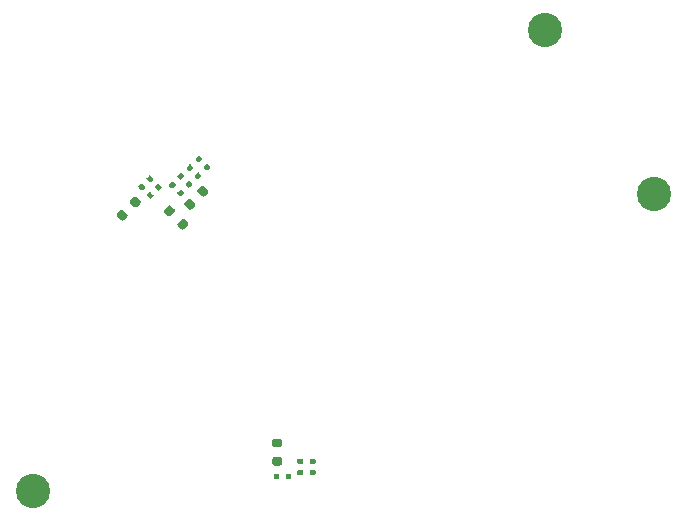
<source format=gbp>
G04 #@! TF.GenerationSoftware,KiCad,Pcbnew,5.1.5-52549c5~84~ubuntu19.10.1*
G04 #@! TF.CreationDate,2019-12-20T00:42:21-05:00*
G04 #@! TF.ProjectId,bldc-controller,626c6463-2d63-46f6-9e74-726f6c6c6572,rev?*
G04 #@! TF.SameCoordinates,Original*
G04 #@! TF.FileFunction,Paste,Bot*
G04 #@! TF.FilePolarity,Positive*
%FSLAX46Y46*%
G04 Gerber Fmt 4.6, Leading zero omitted, Abs format (unit mm)*
G04 Created by KiCad (PCBNEW 5.1.5-52549c5~84~ubuntu19.10.1) date 2019-12-20 00:42:21*
%MOMM*%
%LPD*%
G04 APERTURE LIST*
%ADD10C,2.897600*%
%ADD11C,0.100000*%
G04 APERTURE END LIST*
D10*
X69750000Y-107125000D03*
X78925000Y-121000000D03*
X26425000Y-146225000D03*
D11*
G36*
X40758037Y-120331379D02*
G01*
X40775573Y-120333980D01*
X40792770Y-120338288D01*
X40809462Y-120344260D01*
X40825488Y-120351840D01*
X40840694Y-120360954D01*
X40854933Y-120371515D01*
X40868069Y-120383420D01*
X41176580Y-120691931D01*
X41188485Y-120705067D01*
X41199046Y-120719306D01*
X41208160Y-120734512D01*
X41215740Y-120750538D01*
X41221712Y-120767230D01*
X41226020Y-120784427D01*
X41228621Y-120801963D01*
X41229491Y-120819670D01*
X41228621Y-120837377D01*
X41226020Y-120854913D01*
X41221712Y-120872110D01*
X41215740Y-120888802D01*
X41208160Y-120904828D01*
X41199046Y-120920034D01*
X41188485Y-120934273D01*
X41176580Y-120947409D01*
X40921103Y-121202886D01*
X40907967Y-121214791D01*
X40893728Y-121225352D01*
X40878522Y-121234466D01*
X40862496Y-121242046D01*
X40845804Y-121248018D01*
X40828607Y-121252326D01*
X40811071Y-121254927D01*
X40793364Y-121255797D01*
X40775657Y-121254927D01*
X40758121Y-121252326D01*
X40740924Y-121248018D01*
X40724232Y-121242046D01*
X40708206Y-121234466D01*
X40693000Y-121225352D01*
X40678761Y-121214791D01*
X40665625Y-121202886D01*
X40357114Y-120894375D01*
X40345209Y-120881239D01*
X40334648Y-120867000D01*
X40325534Y-120851794D01*
X40317954Y-120835768D01*
X40311982Y-120819076D01*
X40307674Y-120801879D01*
X40305073Y-120784343D01*
X40304203Y-120766636D01*
X40305073Y-120748929D01*
X40307674Y-120731393D01*
X40311982Y-120714196D01*
X40317954Y-120697504D01*
X40325534Y-120681478D01*
X40334648Y-120666272D01*
X40345209Y-120652033D01*
X40357114Y-120638897D01*
X40612591Y-120383420D01*
X40625727Y-120371515D01*
X40639966Y-120360954D01*
X40655172Y-120351840D01*
X40671198Y-120344260D01*
X40687890Y-120338288D01*
X40705087Y-120333980D01*
X40722623Y-120331379D01*
X40740330Y-120330509D01*
X40758037Y-120331379D01*
G37*
G36*
X39644343Y-121445073D02*
G01*
X39661879Y-121447674D01*
X39679076Y-121451982D01*
X39695768Y-121457954D01*
X39711794Y-121465534D01*
X39727000Y-121474648D01*
X39741239Y-121485209D01*
X39754375Y-121497114D01*
X40062886Y-121805625D01*
X40074791Y-121818761D01*
X40085352Y-121833000D01*
X40094466Y-121848206D01*
X40102046Y-121864232D01*
X40108018Y-121880924D01*
X40112326Y-121898121D01*
X40114927Y-121915657D01*
X40115797Y-121933364D01*
X40114927Y-121951071D01*
X40112326Y-121968607D01*
X40108018Y-121985804D01*
X40102046Y-122002496D01*
X40094466Y-122018522D01*
X40085352Y-122033728D01*
X40074791Y-122047967D01*
X40062886Y-122061103D01*
X39807409Y-122316580D01*
X39794273Y-122328485D01*
X39780034Y-122339046D01*
X39764828Y-122348160D01*
X39748802Y-122355740D01*
X39732110Y-122361712D01*
X39714913Y-122366020D01*
X39697377Y-122368621D01*
X39679670Y-122369491D01*
X39661963Y-122368621D01*
X39644427Y-122366020D01*
X39627230Y-122361712D01*
X39610538Y-122355740D01*
X39594512Y-122348160D01*
X39579306Y-122339046D01*
X39565067Y-122328485D01*
X39551931Y-122316580D01*
X39243420Y-122008069D01*
X39231515Y-121994933D01*
X39220954Y-121980694D01*
X39211840Y-121965488D01*
X39204260Y-121949462D01*
X39198288Y-121932770D01*
X39193980Y-121915573D01*
X39191379Y-121898037D01*
X39190509Y-121880330D01*
X39191379Y-121862623D01*
X39193980Y-121845087D01*
X39198288Y-121827890D01*
X39204260Y-121811198D01*
X39211840Y-121795172D01*
X39220954Y-121779966D01*
X39231515Y-121765727D01*
X39243420Y-121752591D01*
X39498897Y-121497114D01*
X39512033Y-121485209D01*
X39526272Y-121474648D01*
X39541478Y-121465534D01*
X39557504Y-121457954D01*
X39574196Y-121451982D01*
X39591393Y-121447674D01*
X39608929Y-121445073D01*
X39626636Y-121444203D01*
X39644343Y-121445073D01*
G37*
G36*
X50205123Y-143446727D02*
G01*
X50215743Y-143448302D01*
X50226157Y-143450911D01*
X50236266Y-143454528D01*
X50245971Y-143459118D01*
X50255179Y-143464637D01*
X50263803Y-143471033D01*
X50271757Y-143478243D01*
X50278967Y-143486197D01*
X50285363Y-143494821D01*
X50290882Y-143504029D01*
X50295472Y-143513734D01*
X50299089Y-143523843D01*
X50301698Y-143534257D01*
X50303273Y-143544877D01*
X50303800Y-143555600D01*
X50303800Y-143774400D01*
X50303273Y-143785123D01*
X50301698Y-143795743D01*
X50299089Y-143806157D01*
X50295472Y-143816266D01*
X50290882Y-143825971D01*
X50285363Y-143835179D01*
X50278967Y-143843803D01*
X50271757Y-143851757D01*
X50263803Y-143858967D01*
X50255179Y-143865363D01*
X50245971Y-143870882D01*
X50236266Y-143875472D01*
X50226157Y-143879089D01*
X50215743Y-143881698D01*
X50205123Y-143883273D01*
X50194400Y-143883800D01*
X49925600Y-143883800D01*
X49914877Y-143883273D01*
X49904257Y-143881698D01*
X49893843Y-143879089D01*
X49883734Y-143875472D01*
X49874029Y-143870882D01*
X49864821Y-143865363D01*
X49856197Y-143858967D01*
X49848243Y-143851757D01*
X49841033Y-143843803D01*
X49834637Y-143835179D01*
X49829118Y-143825971D01*
X49824528Y-143816266D01*
X49820911Y-143806157D01*
X49818302Y-143795743D01*
X49816727Y-143785123D01*
X49816200Y-143774400D01*
X49816200Y-143555600D01*
X49816727Y-143544877D01*
X49818302Y-143534257D01*
X49820911Y-143523843D01*
X49824528Y-143513734D01*
X49829118Y-143504029D01*
X49834637Y-143494821D01*
X49841033Y-143486197D01*
X49848243Y-143478243D01*
X49856197Y-143471033D01*
X49864821Y-143464637D01*
X49874029Y-143459118D01*
X49883734Y-143454528D01*
X49893843Y-143450911D01*
X49904257Y-143448302D01*
X49914877Y-143446727D01*
X49925600Y-143446200D01*
X50194400Y-143446200D01*
X50205123Y-143446727D01*
G37*
G36*
X50205123Y-144416727D02*
G01*
X50215743Y-144418302D01*
X50226157Y-144420911D01*
X50236266Y-144424528D01*
X50245971Y-144429118D01*
X50255179Y-144434637D01*
X50263803Y-144441033D01*
X50271757Y-144448243D01*
X50278967Y-144456197D01*
X50285363Y-144464821D01*
X50290882Y-144474029D01*
X50295472Y-144483734D01*
X50299089Y-144493843D01*
X50301698Y-144504257D01*
X50303273Y-144514877D01*
X50303800Y-144525600D01*
X50303800Y-144744400D01*
X50303273Y-144755123D01*
X50301698Y-144765743D01*
X50299089Y-144776157D01*
X50295472Y-144786266D01*
X50290882Y-144795971D01*
X50285363Y-144805179D01*
X50278967Y-144813803D01*
X50271757Y-144821757D01*
X50263803Y-144828967D01*
X50255179Y-144835363D01*
X50245971Y-144840882D01*
X50236266Y-144845472D01*
X50226157Y-144849089D01*
X50215743Y-144851698D01*
X50205123Y-144853273D01*
X50194400Y-144853800D01*
X49925600Y-144853800D01*
X49914877Y-144853273D01*
X49904257Y-144851698D01*
X49893843Y-144849089D01*
X49883734Y-144845472D01*
X49874029Y-144840882D01*
X49864821Y-144835363D01*
X49856197Y-144828967D01*
X49848243Y-144821757D01*
X49841033Y-144813803D01*
X49834637Y-144805179D01*
X49829118Y-144795971D01*
X49824528Y-144786266D01*
X49820911Y-144776157D01*
X49818302Y-144765743D01*
X49816727Y-144755123D01*
X49816200Y-144744400D01*
X49816200Y-144525600D01*
X49816727Y-144514877D01*
X49818302Y-144504257D01*
X49820911Y-144493843D01*
X49824528Y-144483734D01*
X49829118Y-144474029D01*
X49834637Y-144464821D01*
X49841033Y-144456197D01*
X49848243Y-144448243D01*
X49856197Y-144441033D01*
X49864821Y-144434637D01*
X49874029Y-144429118D01*
X49883734Y-144424528D01*
X49893843Y-144420911D01*
X49904257Y-144418302D01*
X49914877Y-144416727D01*
X49925600Y-144416200D01*
X50194400Y-144416200D01*
X50205123Y-144416727D01*
G37*
G36*
X49145123Y-143446727D02*
G01*
X49155743Y-143448302D01*
X49166157Y-143450911D01*
X49176266Y-143454528D01*
X49185971Y-143459118D01*
X49195179Y-143464637D01*
X49203803Y-143471033D01*
X49211757Y-143478243D01*
X49218967Y-143486197D01*
X49225363Y-143494821D01*
X49230882Y-143504029D01*
X49235472Y-143513734D01*
X49239089Y-143523843D01*
X49241698Y-143534257D01*
X49243273Y-143544877D01*
X49243800Y-143555600D01*
X49243800Y-143774400D01*
X49243273Y-143785123D01*
X49241698Y-143795743D01*
X49239089Y-143806157D01*
X49235472Y-143816266D01*
X49230882Y-143825971D01*
X49225363Y-143835179D01*
X49218967Y-143843803D01*
X49211757Y-143851757D01*
X49203803Y-143858967D01*
X49195179Y-143865363D01*
X49185971Y-143870882D01*
X49176266Y-143875472D01*
X49166157Y-143879089D01*
X49155743Y-143881698D01*
X49145123Y-143883273D01*
X49134400Y-143883800D01*
X48865600Y-143883800D01*
X48854877Y-143883273D01*
X48844257Y-143881698D01*
X48833843Y-143879089D01*
X48823734Y-143875472D01*
X48814029Y-143870882D01*
X48804821Y-143865363D01*
X48796197Y-143858967D01*
X48788243Y-143851757D01*
X48781033Y-143843803D01*
X48774637Y-143835179D01*
X48769118Y-143825971D01*
X48764528Y-143816266D01*
X48760911Y-143806157D01*
X48758302Y-143795743D01*
X48756727Y-143785123D01*
X48756200Y-143774400D01*
X48756200Y-143555600D01*
X48756727Y-143544877D01*
X48758302Y-143534257D01*
X48760911Y-143523843D01*
X48764528Y-143513734D01*
X48769118Y-143504029D01*
X48774637Y-143494821D01*
X48781033Y-143486197D01*
X48788243Y-143478243D01*
X48796197Y-143471033D01*
X48804821Y-143464637D01*
X48814029Y-143459118D01*
X48823734Y-143454528D01*
X48833843Y-143450911D01*
X48844257Y-143448302D01*
X48854877Y-143446727D01*
X48865600Y-143446200D01*
X49134400Y-143446200D01*
X49145123Y-143446727D01*
G37*
G36*
X49145123Y-144416727D02*
G01*
X49155743Y-144418302D01*
X49166157Y-144420911D01*
X49176266Y-144424528D01*
X49185971Y-144429118D01*
X49195179Y-144434637D01*
X49203803Y-144441033D01*
X49211757Y-144448243D01*
X49218967Y-144456197D01*
X49225363Y-144464821D01*
X49230882Y-144474029D01*
X49235472Y-144483734D01*
X49239089Y-144493843D01*
X49241698Y-144504257D01*
X49243273Y-144514877D01*
X49243800Y-144525600D01*
X49243800Y-144744400D01*
X49243273Y-144755123D01*
X49241698Y-144765743D01*
X49239089Y-144776157D01*
X49235472Y-144786266D01*
X49230882Y-144795971D01*
X49225363Y-144805179D01*
X49218967Y-144813803D01*
X49211757Y-144821757D01*
X49203803Y-144828967D01*
X49195179Y-144835363D01*
X49185971Y-144840882D01*
X49176266Y-144845472D01*
X49166157Y-144849089D01*
X49155743Y-144851698D01*
X49145123Y-144853273D01*
X49134400Y-144853800D01*
X48865600Y-144853800D01*
X48854877Y-144853273D01*
X48844257Y-144851698D01*
X48833843Y-144849089D01*
X48823734Y-144845472D01*
X48814029Y-144840882D01*
X48804821Y-144835363D01*
X48796197Y-144828967D01*
X48788243Y-144821757D01*
X48781033Y-144813803D01*
X48774637Y-144805179D01*
X48769118Y-144795971D01*
X48764528Y-144786266D01*
X48760911Y-144776157D01*
X48758302Y-144765743D01*
X48756727Y-144755123D01*
X48756200Y-144744400D01*
X48756200Y-144525600D01*
X48756727Y-144514877D01*
X48758302Y-144504257D01*
X48760911Y-144493843D01*
X48764528Y-144483734D01*
X48769118Y-144474029D01*
X48774637Y-144464821D01*
X48781033Y-144456197D01*
X48788243Y-144448243D01*
X48796197Y-144441033D01*
X48804821Y-144434637D01*
X48814029Y-144429118D01*
X48823734Y-144424528D01*
X48833843Y-144420911D01*
X48844257Y-144418302D01*
X48854877Y-144416727D01*
X48865600Y-144416200D01*
X49134400Y-144416200D01*
X49145123Y-144416727D01*
G37*
G36*
X47145123Y-144706727D02*
G01*
X47155743Y-144708302D01*
X47166157Y-144710911D01*
X47176266Y-144714528D01*
X47185971Y-144719118D01*
X47195179Y-144724637D01*
X47203803Y-144731033D01*
X47211757Y-144738243D01*
X47218967Y-144746197D01*
X47225363Y-144754821D01*
X47230882Y-144764029D01*
X47235472Y-144773734D01*
X47239089Y-144783843D01*
X47241698Y-144794257D01*
X47243273Y-144804877D01*
X47243800Y-144815600D01*
X47243800Y-145084400D01*
X47243273Y-145095123D01*
X47241698Y-145105743D01*
X47239089Y-145116157D01*
X47235472Y-145126266D01*
X47230882Y-145135971D01*
X47225363Y-145145179D01*
X47218967Y-145153803D01*
X47211757Y-145161757D01*
X47203803Y-145168967D01*
X47195179Y-145175363D01*
X47185971Y-145180882D01*
X47176266Y-145185472D01*
X47166157Y-145189089D01*
X47155743Y-145191698D01*
X47145123Y-145193273D01*
X47134400Y-145193800D01*
X46915600Y-145193800D01*
X46904877Y-145193273D01*
X46894257Y-145191698D01*
X46883843Y-145189089D01*
X46873734Y-145185472D01*
X46864029Y-145180882D01*
X46854821Y-145175363D01*
X46846197Y-145168967D01*
X46838243Y-145161757D01*
X46831033Y-145153803D01*
X46824637Y-145145179D01*
X46819118Y-145135971D01*
X46814528Y-145126266D01*
X46810911Y-145116157D01*
X46808302Y-145105743D01*
X46806727Y-145095123D01*
X46806200Y-145084400D01*
X46806200Y-144815600D01*
X46806727Y-144804877D01*
X46808302Y-144794257D01*
X46810911Y-144783843D01*
X46814528Y-144773734D01*
X46819118Y-144764029D01*
X46824637Y-144754821D01*
X46831033Y-144746197D01*
X46838243Y-144738243D01*
X46846197Y-144731033D01*
X46854821Y-144724637D01*
X46864029Y-144719118D01*
X46873734Y-144714528D01*
X46883843Y-144710911D01*
X46894257Y-144708302D01*
X46904877Y-144706727D01*
X46915600Y-144706200D01*
X47134400Y-144706200D01*
X47145123Y-144706727D01*
G37*
G36*
X48115123Y-144706727D02*
G01*
X48125743Y-144708302D01*
X48136157Y-144710911D01*
X48146266Y-144714528D01*
X48155971Y-144719118D01*
X48165179Y-144724637D01*
X48173803Y-144731033D01*
X48181757Y-144738243D01*
X48188967Y-144746197D01*
X48195363Y-144754821D01*
X48200882Y-144764029D01*
X48205472Y-144773734D01*
X48209089Y-144783843D01*
X48211698Y-144794257D01*
X48213273Y-144804877D01*
X48213800Y-144815600D01*
X48213800Y-145084400D01*
X48213273Y-145095123D01*
X48211698Y-145105743D01*
X48209089Y-145116157D01*
X48205472Y-145126266D01*
X48200882Y-145135971D01*
X48195363Y-145145179D01*
X48188967Y-145153803D01*
X48181757Y-145161757D01*
X48173803Y-145168967D01*
X48165179Y-145175363D01*
X48155971Y-145180882D01*
X48146266Y-145185472D01*
X48136157Y-145189089D01*
X48125743Y-145191698D01*
X48115123Y-145193273D01*
X48104400Y-145193800D01*
X47885600Y-145193800D01*
X47874877Y-145193273D01*
X47864257Y-145191698D01*
X47853843Y-145189089D01*
X47843734Y-145185472D01*
X47834029Y-145180882D01*
X47824821Y-145175363D01*
X47816197Y-145168967D01*
X47808243Y-145161757D01*
X47801033Y-145153803D01*
X47794637Y-145145179D01*
X47789118Y-145135971D01*
X47784528Y-145126266D01*
X47780911Y-145116157D01*
X47778302Y-145105743D01*
X47776727Y-145095123D01*
X47776200Y-145084400D01*
X47776200Y-144815600D01*
X47776727Y-144804877D01*
X47778302Y-144794257D01*
X47780911Y-144783843D01*
X47784528Y-144773734D01*
X47789118Y-144764029D01*
X47794637Y-144754821D01*
X47801033Y-144746197D01*
X47808243Y-144738243D01*
X47816197Y-144731033D01*
X47824821Y-144724637D01*
X47834029Y-144719118D01*
X47843734Y-144714528D01*
X47853843Y-144710911D01*
X47864257Y-144708302D01*
X47874877Y-144706727D01*
X47885600Y-144706200D01*
X48104400Y-144706200D01*
X48115123Y-144706727D01*
G37*
G36*
X39695454Y-118525787D02*
G01*
X39706074Y-118527362D01*
X39716488Y-118529971D01*
X39726597Y-118533588D01*
X39736302Y-118538178D01*
X39745510Y-118543697D01*
X39754134Y-118550093D01*
X39762088Y-118557303D01*
X39916803Y-118712018D01*
X39924013Y-118719972D01*
X39930409Y-118728596D01*
X39935928Y-118737804D01*
X39940518Y-118747509D01*
X39944135Y-118757618D01*
X39946744Y-118768032D01*
X39948319Y-118778652D01*
X39948846Y-118789375D01*
X39948319Y-118800098D01*
X39946744Y-118810718D01*
X39944135Y-118821132D01*
X39940518Y-118831241D01*
X39935928Y-118840946D01*
X39930409Y-118850154D01*
X39924013Y-118858778D01*
X39916803Y-118866732D01*
X39726732Y-119056803D01*
X39718778Y-119064013D01*
X39710154Y-119070409D01*
X39700946Y-119075928D01*
X39691241Y-119080518D01*
X39681132Y-119084135D01*
X39670718Y-119086744D01*
X39660098Y-119088319D01*
X39649375Y-119088846D01*
X39638652Y-119088319D01*
X39628032Y-119086744D01*
X39617618Y-119084135D01*
X39607509Y-119080518D01*
X39597804Y-119075928D01*
X39588596Y-119070409D01*
X39579972Y-119064013D01*
X39572018Y-119056803D01*
X39417303Y-118902088D01*
X39410093Y-118894134D01*
X39403697Y-118885510D01*
X39398178Y-118876302D01*
X39393588Y-118866597D01*
X39389971Y-118856488D01*
X39387362Y-118846074D01*
X39385787Y-118835454D01*
X39385260Y-118824731D01*
X39385787Y-118814008D01*
X39387362Y-118803388D01*
X39389971Y-118792974D01*
X39393588Y-118782865D01*
X39398178Y-118773160D01*
X39403697Y-118763952D01*
X39410093Y-118755328D01*
X39417303Y-118747374D01*
X39607374Y-118557303D01*
X39615328Y-118550093D01*
X39623952Y-118543697D01*
X39633160Y-118538178D01*
X39642865Y-118533588D01*
X39652974Y-118529971D01*
X39663388Y-118527362D01*
X39674008Y-118525787D01*
X39684731Y-118525260D01*
X39695454Y-118525787D01*
G37*
G36*
X40381348Y-119211681D02*
G01*
X40391968Y-119213256D01*
X40402382Y-119215865D01*
X40412491Y-119219482D01*
X40422196Y-119224072D01*
X40431404Y-119229591D01*
X40440028Y-119235987D01*
X40447982Y-119243197D01*
X40602697Y-119397912D01*
X40609907Y-119405866D01*
X40616303Y-119414490D01*
X40621822Y-119423698D01*
X40626412Y-119433403D01*
X40630029Y-119443512D01*
X40632638Y-119453926D01*
X40634213Y-119464546D01*
X40634740Y-119475269D01*
X40634213Y-119485992D01*
X40632638Y-119496612D01*
X40630029Y-119507026D01*
X40626412Y-119517135D01*
X40621822Y-119526840D01*
X40616303Y-119536048D01*
X40609907Y-119544672D01*
X40602697Y-119552626D01*
X40412626Y-119742697D01*
X40404672Y-119749907D01*
X40396048Y-119756303D01*
X40386840Y-119761822D01*
X40377135Y-119766412D01*
X40367026Y-119770029D01*
X40356612Y-119772638D01*
X40345992Y-119774213D01*
X40335269Y-119774740D01*
X40324546Y-119774213D01*
X40313926Y-119772638D01*
X40303512Y-119770029D01*
X40293403Y-119766412D01*
X40283698Y-119761822D01*
X40274490Y-119756303D01*
X40265866Y-119749907D01*
X40257912Y-119742697D01*
X40103197Y-119587982D01*
X40095987Y-119580028D01*
X40089591Y-119571404D01*
X40084072Y-119562196D01*
X40079482Y-119552491D01*
X40075865Y-119542382D01*
X40073256Y-119531968D01*
X40071681Y-119521348D01*
X40071154Y-119510625D01*
X40071681Y-119499902D01*
X40073256Y-119489282D01*
X40075865Y-119478868D01*
X40079482Y-119468759D01*
X40084072Y-119459054D01*
X40089591Y-119449846D01*
X40095987Y-119441222D01*
X40103197Y-119433268D01*
X40293268Y-119243197D01*
X40301222Y-119235987D01*
X40309846Y-119229591D01*
X40319054Y-119224072D01*
X40328759Y-119219482D01*
X40338868Y-119215865D01*
X40349282Y-119213256D01*
X40359902Y-119211681D01*
X40370625Y-119211154D01*
X40381348Y-119211681D01*
G37*
G36*
X40452507Y-117772840D02*
G01*
X40463127Y-117774415D01*
X40473541Y-117777024D01*
X40483650Y-117780641D01*
X40493355Y-117785231D01*
X40502563Y-117790750D01*
X40511187Y-117797146D01*
X40519141Y-117804356D01*
X40673856Y-117959071D01*
X40681066Y-117967025D01*
X40687462Y-117975649D01*
X40692981Y-117984857D01*
X40697571Y-117994562D01*
X40701188Y-118004671D01*
X40703797Y-118015085D01*
X40705372Y-118025705D01*
X40705899Y-118036428D01*
X40705372Y-118047151D01*
X40703797Y-118057771D01*
X40701188Y-118068185D01*
X40697571Y-118078294D01*
X40692981Y-118087999D01*
X40687462Y-118097207D01*
X40681066Y-118105831D01*
X40673856Y-118113785D01*
X40483785Y-118303856D01*
X40475831Y-118311066D01*
X40467207Y-118317462D01*
X40457999Y-118322981D01*
X40448294Y-118327571D01*
X40438185Y-118331188D01*
X40427771Y-118333797D01*
X40417151Y-118335372D01*
X40406428Y-118335899D01*
X40395705Y-118335372D01*
X40385085Y-118333797D01*
X40374671Y-118331188D01*
X40364562Y-118327571D01*
X40354857Y-118322981D01*
X40345649Y-118317462D01*
X40337025Y-118311066D01*
X40329071Y-118303856D01*
X40174356Y-118149141D01*
X40167146Y-118141187D01*
X40160750Y-118132563D01*
X40155231Y-118123355D01*
X40150641Y-118113650D01*
X40147024Y-118103541D01*
X40144415Y-118093127D01*
X40142840Y-118082507D01*
X40142313Y-118071784D01*
X40142840Y-118061061D01*
X40144415Y-118050441D01*
X40147024Y-118040027D01*
X40150641Y-118029918D01*
X40155231Y-118020213D01*
X40160750Y-118011005D01*
X40167146Y-118002381D01*
X40174356Y-117994427D01*
X40364427Y-117804356D01*
X40372381Y-117797146D01*
X40381005Y-117790750D01*
X40390213Y-117785231D01*
X40399918Y-117780641D01*
X40410027Y-117777024D01*
X40420441Y-117774415D01*
X40431061Y-117772840D01*
X40441784Y-117772313D01*
X40452507Y-117772840D01*
G37*
G36*
X41138401Y-118458734D02*
G01*
X41149021Y-118460309D01*
X41159435Y-118462918D01*
X41169544Y-118466535D01*
X41179249Y-118471125D01*
X41188457Y-118476644D01*
X41197081Y-118483040D01*
X41205035Y-118490250D01*
X41359750Y-118644965D01*
X41366960Y-118652919D01*
X41373356Y-118661543D01*
X41378875Y-118670751D01*
X41383465Y-118680456D01*
X41387082Y-118690565D01*
X41389691Y-118700979D01*
X41391266Y-118711599D01*
X41391793Y-118722322D01*
X41391266Y-118733045D01*
X41389691Y-118743665D01*
X41387082Y-118754079D01*
X41383465Y-118764188D01*
X41378875Y-118773893D01*
X41373356Y-118783101D01*
X41366960Y-118791725D01*
X41359750Y-118799679D01*
X41169679Y-118989750D01*
X41161725Y-118996960D01*
X41153101Y-119003356D01*
X41143893Y-119008875D01*
X41134188Y-119013465D01*
X41124079Y-119017082D01*
X41113665Y-119019691D01*
X41103045Y-119021266D01*
X41092322Y-119021793D01*
X41081599Y-119021266D01*
X41070979Y-119019691D01*
X41060565Y-119017082D01*
X41050456Y-119013465D01*
X41040751Y-119008875D01*
X41031543Y-119003356D01*
X41022919Y-118996960D01*
X41014965Y-118989750D01*
X40860250Y-118835035D01*
X40853040Y-118827081D01*
X40846644Y-118818457D01*
X40841125Y-118809249D01*
X40836535Y-118799544D01*
X40832918Y-118789435D01*
X40830309Y-118779021D01*
X40828734Y-118768401D01*
X40828207Y-118757678D01*
X40828734Y-118746955D01*
X40830309Y-118736335D01*
X40832918Y-118725921D01*
X40836535Y-118715812D01*
X40841125Y-118706107D01*
X40846644Y-118696899D01*
X40853040Y-118688275D01*
X40860250Y-118680321D01*
X41050321Y-118490250D01*
X41058275Y-118483040D01*
X41066899Y-118476644D01*
X41076107Y-118471125D01*
X41085812Y-118466535D01*
X41095921Y-118462918D01*
X41106335Y-118460309D01*
X41116955Y-118458734D01*
X41127678Y-118458207D01*
X41138401Y-118458734D01*
G37*
G36*
X38215454Y-119995787D02*
G01*
X38226074Y-119997362D01*
X38236488Y-119999971D01*
X38246597Y-120003588D01*
X38256302Y-120008178D01*
X38265510Y-120013697D01*
X38274134Y-120020093D01*
X38282088Y-120027303D01*
X38436803Y-120182018D01*
X38444013Y-120189972D01*
X38450409Y-120198596D01*
X38455928Y-120207804D01*
X38460518Y-120217509D01*
X38464135Y-120227618D01*
X38466744Y-120238032D01*
X38468319Y-120248652D01*
X38468846Y-120259375D01*
X38468319Y-120270098D01*
X38466744Y-120280718D01*
X38464135Y-120291132D01*
X38460518Y-120301241D01*
X38455928Y-120310946D01*
X38450409Y-120320154D01*
X38444013Y-120328778D01*
X38436803Y-120336732D01*
X38246732Y-120526803D01*
X38238778Y-120534013D01*
X38230154Y-120540409D01*
X38220946Y-120545928D01*
X38211241Y-120550518D01*
X38201132Y-120554135D01*
X38190718Y-120556744D01*
X38180098Y-120558319D01*
X38169375Y-120558846D01*
X38158652Y-120558319D01*
X38148032Y-120556744D01*
X38137618Y-120554135D01*
X38127509Y-120550518D01*
X38117804Y-120545928D01*
X38108596Y-120540409D01*
X38099972Y-120534013D01*
X38092018Y-120526803D01*
X37937303Y-120372088D01*
X37930093Y-120364134D01*
X37923697Y-120355510D01*
X37918178Y-120346302D01*
X37913588Y-120336597D01*
X37909971Y-120326488D01*
X37907362Y-120316074D01*
X37905787Y-120305454D01*
X37905260Y-120294731D01*
X37905787Y-120284008D01*
X37907362Y-120273388D01*
X37909971Y-120262974D01*
X37913588Y-120252865D01*
X37918178Y-120243160D01*
X37923697Y-120233952D01*
X37930093Y-120225328D01*
X37937303Y-120217374D01*
X38127374Y-120027303D01*
X38135328Y-120020093D01*
X38143952Y-120013697D01*
X38153160Y-120008178D01*
X38162865Y-120003588D01*
X38172974Y-119999971D01*
X38183388Y-119997362D01*
X38194008Y-119995787D01*
X38204731Y-119995260D01*
X38215454Y-119995787D01*
G37*
G36*
X38901348Y-120681681D02*
G01*
X38911968Y-120683256D01*
X38922382Y-120685865D01*
X38932491Y-120689482D01*
X38942196Y-120694072D01*
X38951404Y-120699591D01*
X38960028Y-120705987D01*
X38967982Y-120713197D01*
X39122697Y-120867912D01*
X39129907Y-120875866D01*
X39136303Y-120884490D01*
X39141822Y-120893698D01*
X39146412Y-120903403D01*
X39150029Y-120913512D01*
X39152638Y-120923926D01*
X39154213Y-120934546D01*
X39154740Y-120945269D01*
X39154213Y-120955992D01*
X39152638Y-120966612D01*
X39150029Y-120977026D01*
X39146412Y-120987135D01*
X39141822Y-120996840D01*
X39136303Y-121006048D01*
X39129907Y-121014672D01*
X39122697Y-121022626D01*
X38932626Y-121212697D01*
X38924672Y-121219907D01*
X38916048Y-121226303D01*
X38906840Y-121231822D01*
X38897135Y-121236412D01*
X38887026Y-121240029D01*
X38876612Y-121242638D01*
X38865992Y-121244213D01*
X38855269Y-121244740D01*
X38844546Y-121244213D01*
X38833926Y-121242638D01*
X38823512Y-121240029D01*
X38813403Y-121236412D01*
X38803698Y-121231822D01*
X38794490Y-121226303D01*
X38785866Y-121219907D01*
X38777912Y-121212697D01*
X38623197Y-121057982D01*
X38615987Y-121050028D01*
X38609591Y-121041404D01*
X38604072Y-121032196D01*
X38599482Y-121022491D01*
X38595865Y-121012382D01*
X38593256Y-121001968D01*
X38591681Y-120991348D01*
X38591154Y-120980625D01*
X38591681Y-120969902D01*
X38593256Y-120959282D01*
X38595865Y-120948868D01*
X38599482Y-120938759D01*
X38604072Y-120929054D01*
X38609591Y-120919846D01*
X38615987Y-120911222D01*
X38623197Y-120903268D01*
X38813268Y-120713197D01*
X38821222Y-120705987D01*
X38829846Y-120699591D01*
X38839054Y-120694072D01*
X38848759Y-120689482D01*
X38858868Y-120685865D01*
X38869282Y-120683256D01*
X38879902Y-120681681D01*
X38890625Y-120681154D01*
X38901348Y-120681681D01*
G37*
G36*
X38925454Y-119255787D02*
G01*
X38936074Y-119257362D01*
X38946488Y-119259971D01*
X38956597Y-119263588D01*
X38966302Y-119268178D01*
X38975510Y-119273697D01*
X38984134Y-119280093D01*
X38992088Y-119287303D01*
X39146803Y-119442018D01*
X39154013Y-119449972D01*
X39160409Y-119458596D01*
X39165928Y-119467804D01*
X39170518Y-119477509D01*
X39174135Y-119487618D01*
X39176744Y-119498032D01*
X39178319Y-119508652D01*
X39178846Y-119519375D01*
X39178319Y-119530098D01*
X39176744Y-119540718D01*
X39174135Y-119551132D01*
X39170518Y-119561241D01*
X39165928Y-119570946D01*
X39160409Y-119580154D01*
X39154013Y-119588778D01*
X39146803Y-119596732D01*
X38956732Y-119786803D01*
X38948778Y-119794013D01*
X38940154Y-119800409D01*
X38930946Y-119805928D01*
X38921241Y-119810518D01*
X38911132Y-119814135D01*
X38900718Y-119816744D01*
X38890098Y-119818319D01*
X38879375Y-119818846D01*
X38868652Y-119818319D01*
X38858032Y-119816744D01*
X38847618Y-119814135D01*
X38837509Y-119810518D01*
X38827804Y-119805928D01*
X38818596Y-119800409D01*
X38809972Y-119794013D01*
X38802018Y-119786803D01*
X38647303Y-119632088D01*
X38640093Y-119624134D01*
X38633697Y-119615510D01*
X38628178Y-119606302D01*
X38623588Y-119596597D01*
X38619971Y-119586488D01*
X38617362Y-119576074D01*
X38615787Y-119565454D01*
X38615260Y-119554731D01*
X38615787Y-119544008D01*
X38617362Y-119533388D01*
X38619971Y-119522974D01*
X38623588Y-119512865D01*
X38628178Y-119503160D01*
X38633697Y-119493952D01*
X38640093Y-119485328D01*
X38647303Y-119477374D01*
X38837374Y-119287303D01*
X38845328Y-119280093D01*
X38853952Y-119273697D01*
X38863160Y-119268178D01*
X38872865Y-119263588D01*
X38882974Y-119259971D01*
X38893388Y-119257362D01*
X38904008Y-119255787D01*
X38914731Y-119255260D01*
X38925454Y-119255787D01*
G37*
G36*
X39611348Y-119941681D02*
G01*
X39621968Y-119943256D01*
X39632382Y-119945865D01*
X39642491Y-119949482D01*
X39652196Y-119954072D01*
X39661404Y-119959591D01*
X39670028Y-119965987D01*
X39677982Y-119973197D01*
X39832697Y-120127912D01*
X39839907Y-120135866D01*
X39846303Y-120144490D01*
X39851822Y-120153698D01*
X39856412Y-120163403D01*
X39860029Y-120173512D01*
X39862638Y-120183926D01*
X39864213Y-120194546D01*
X39864740Y-120205269D01*
X39864213Y-120215992D01*
X39862638Y-120226612D01*
X39860029Y-120237026D01*
X39856412Y-120247135D01*
X39851822Y-120256840D01*
X39846303Y-120266048D01*
X39839907Y-120274672D01*
X39832697Y-120282626D01*
X39642626Y-120472697D01*
X39634672Y-120479907D01*
X39626048Y-120486303D01*
X39616840Y-120491822D01*
X39607135Y-120496412D01*
X39597026Y-120500029D01*
X39586612Y-120502638D01*
X39575992Y-120504213D01*
X39565269Y-120504740D01*
X39554546Y-120504213D01*
X39543926Y-120502638D01*
X39533512Y-120500029D01*
X39523403Y-120496412D01*
X39513698Y-120491822D01*
X39504490Y-120486303D01*
X39495866Y-120479907D01*
X39487912Y-120472697D01*
X39333197Y-120317982D01*
X39325987Y-120310028D01*
X39319591Y-120301404D01*
X39314072Y-120292196D01*
X39309482Y-120282491D01*
X39305865Y-120272382D01*
X39303256Y-120261968D01*
X39301681Y-120251348D01*
X39301154Y-120240625D01*
X39301681Y-120229902D01*
X39303256Y-120219282D01*
X39305865Y-120208868D01*
X39309482Y-120198759D01*
X39314072Y-120189054D01*
X39319591Y-120179846D01*
X39325987Y-120171222D01*
X39333197Y-120163268D01*
X39523268Y-119973197D01*
X39531222Y-119965987D01*
X39539846Y-119959591D01*
X39549054Y-119954072D01*
X39558759Y-119949482D01*
X39568868Y-119945865D01*
X39579282Y-119943256D01*
X39589902Y-119941681D01*
X39600625Y-119941154D01*
X39611348Y-119941681D01*
G37*
G36*
X39107918Y-123121920D02*
G01*
X39125454Y-123124521D01*
X39142651Y-123128829D01*
X39159343Y-123134801D01*
X39175369Y-123142381D01*
X39190575Y-123151495D01*
X39204814Y-123162056D01*
X39217950Y-123173961D01*
X39473427Y-123429438D01*
X39485332Y-123442574D01*
X39495893Y-123456813D01*
X39505007Y-123472019D01*
X39512587Y-123488045D01*
X39518559Y-123504737D01*
X39522867Y-123521934D01*
X39525468Y-123539470D01*
X39526338Y-123557177D01*
X39525468Y-123574884D01*
X39522867Y-123592420D01*
X39518559Y-123609617D01*
X39512587Y-123626309D01*
X39505007Y-123642335D01*
X39495893Y-123657541D01*
X39485332Y-123671780D01*
X39473427Y-123684916D01*
X39164916Y-123993427D01*
X39151780Y-124005332D01*
X39137541Y-124015893D01*
X39122335Y-124025007D01*
X39106309Y-124032587D01*
X39089617Y-124038559D01*
X39072420Y-124042867D01*
X39054884Y-124045468D01*
X39037177Y-124046338D01*
X39019470Y-124045468D01*
X39001934Y-124042867D01*
X38984737Y-124038559D01*
X38968045Y-124032587D01*
X38952019Y-124025007D01*
X38936813Y-124015893D01*
X38922574Y-124005332D01*
X38909438Y-123993427D01*
X38653961Y-123737950D01*
X38642056Y-123724814D01*
X38631495Y-123710575D01*
X38622381Y-123695369D01*
X38614801Y-123679343D01*
X38608829Y-123662651D01*
X38604521Y-123645454D01*
X38601920Y-123627918D01*
X38601050Y-123610211D01*
X38601920Y-123592504D01*
X38604521Y-123574968D01*
X38608829Y-123557771D01*
X38614801Y-123541079D01*
X38622381Y-123525053D01*
X38631495Y-123509847D01*
X38642056Y-123495608D01*
X38653961Y-123482472D01*
X38962472Y-123173961D01*
X38975608Y-123162056D01*
X38989847Y-123151495D01*
X39005053Y-123142381D01*
X39021079Y-123134801D01*
X39037771Y-123128829D01*
X39054968Y-123124521D01*
X39072504Y-123121920D01*
X39090211Y-123121050D01*
X39107918Y-123121920D01*
G37*
G36*
X37994224Y-122008226D02*
G01*
X38011760Y-122010827D01*
X38028957Y-122015135D01*
X38045649Y-122021107D01*
X38061675Y-122028687D01*
X38076881Y-122037801D01*
X38091120Y-122048362D01*
X38104256Y-122060267D01*
X38359733Y-122315744D01*
X38371638Y-122328880D01*
X38382199Y-122343119D01*
X38391313Y-122358325D01*
X38398893Y-122374351D01*
X38404865Y-122391043D01*
X38409173Y-122408240D01*
X38411774Y-122425776D01*
X38412644Y-122443483D01*
X38411774Y-122461190D01*
X38409173Y-122478726D01*
X38404865Y-122495923D01*
X38398893Y-122512615D01*
X38391313Y-122528641D01*
X38382199Y-122543847D01*
X38371638Y-122558086D01*
X38359733Y-122571222D01*
X38051222Y-122879733D01*
X38038086Y-122891638D01*
X38023847Y-122902199D01*
X38008641Y-122911313D01*
X37992615Y-122918893D01*
X37975923Y-122924865D01*
X37958726Y-122929173D01*
X37941190Y-122931774D01*
X37923483Y-122932644D01*
X37905776Y-122931774D01*
X37888240Y-122929173D01*
X37871043Y-122924865D01*
X37854351Y-122918893D01*
X37838325Y-122911313D01*
X37823119Y-122902199D01*
X37808880Y-122891638D01*
X37795744Y-122879733D01*
X37540267Y-122624256D01*
X37528362Y-122611120D01*
X37517801Y-122596881D01*
X37508687Y-122581675D01*
X37501107Y-122565649D01*
X37495135Y-122548957D01*
X37490827Y-122531760D01*
X37488226Y-122514224D01*
X37487356Y-122496517D01*
X37488226Y-122478810D01*
X37490827Y-122461274D01*
X37495135Y-122444077D01*
X37501107Y-122427385D01*
X37508687Y-122411359D01*
X37517801Y-122396153D01*
X37528362Y-122381914D01*
X37540267Y-122368778D01*
X37848778Y-122060267D01*
X37861914Y-122048362D01*
X37876153Y-122037801D01*
X37891359Y-122028687D01*
X37907385Y-122021107D01*
X37924077Y-122015135D01*
X37941274Y-122010827D01*
X37958810Y-122008226D01*
X37976517Y-122007356D01*
X37994224Y-122008226D01*
G37*
G36*
X33924343Y-122365073D02*
G01*
X33941879Y-122367674D01*
X33959076Y-122371982D01*
X33975768Y-122377954D01*
X33991794Y-122385534D01*
X34007000Y-122394648D01*
X34021239Y-122405209D01*
X34034375Y-122417114D01*
X34342886Y-122725625D01*
X34354791Y-122738761D01*
X34365352Y-122753000D01*
X34374466Y-122768206D01*
X34382046Y-122784232D01*
X34388018Y-122800924D01*
X34392326Y-122818121D01*
X34394927Y-122835657D01*
X34395797Y-122853364D01*
X34394927Y-122871071D01*
X34392326Y-122888607D01*
X34388018Y-122905804D01*
X34382046Y-122922496D01*
X34374466Y-122938522D01*
X34365352Y-122953728D01*
X34354791Y-122967967D01*
X34342886Y-122981103D01*
X34087409Y-123236580D01*
X34074273Y-123248485D01*
X34060034Y-123259046D01*
X34044828Y-123268160D01*
X34028802Y-123275740D01*
X34012110Y-123281712D01*
X33994913Y-123286020D01*
X33977377Y-123288621D01*
X33959670Y-123289491D01*
X33941963Y-123288621D01*
X33924427Y-123286020D01*
X33907230Y-123281712D01*
X33890538Y-123275740D01*
X33874512Y-123268160D01*
X33859306Y-123259046D01*
X33845067Y-123248485D01*
X33831931Y-123236580D01*
X33523420Y-122928069D01*
X33511515Y-122914933D01*
X33500954Y-122900694D01*
X33491840Y-122885488D01*
X33484260Y-122869462D01*
X33478288Y-122852770D01*
X33473980Y-122835573D01*
X33471379Y-122818037D01*
X33470509Y-122800330D01*
X33471379Y-122782623D01*
X33473980Y-122765087D01*
X33478288Y-122747890D01*
X33484260Y-122731198D01*
X33491840Y-122715172D01*
X33500954Y-122699966D01*
X33511515Y-122685727D01*
X33523420Y-122672591D01*
X33778897Y-122417114D01*
X33792033Y-122405209D01*
X33806272Y-122394648D01*
X33821478Y-122385534D01*
X33837504Y-122377954D01*
X33854196Y-122371982D01*
X33871393Y-122367674D01*
X33888929Y-122365073D01*
X33906636Y-122364203D01*
X33924343Y-122365073D01*
G37*
G36*
X35038037Y-121251379D02*
G01*
X35055573Y-121253980D01*
X35072770Y-121258288D01*
X35089462Y-121264260D01*
X35105488Y-121271840D01*
X35120694Y-121280954D01*
X35134933Y-121291515D01*
X35148069Y-121303420D01*
X35456580Y-121611931D01*
X35468485Y-121625067D01*
X35479046Y-121639306D01*
X35488160Y-121654512D01*
X35495740Y-121670538D01*
X35501712Y-121687230D01*
X35506020Y-121704427D01*
X35508621Y-121721963D01*
X35509491Y-121739670D01*
X35508621Y-121757377D01*
X35506020Y-121774913D01*
X35501712Y-121792110D01*
X35495740Y-121808802D01*
X35488160Y-121824828D01*
X35479046Y-121840034D01*
X35468485Y-121854273D01*
X35456580Y-121867409D01*
X35201103Y-122122886D01*
X35187967Y-122134791D01*
X35173728Y-122145352D01*
X35158522Y-122154466D01*
X35142496Y-122162046D01*
X35125804Y-122168018D01*
X35108607Y-122172326D01*
X35091071Y-122174927D01*
X35073364Y-122175797D01*
X35055657Y-122174927D01*
X35038121Y-122172326D01*
X35020924Y-122168018D01*
X35004232Y-122162046D01*
X34988206Y-122154466D01*
X34973000Y-122145352D01*
X34958761Y-122134791D01*
X34945625Y-122122886D01*
X34637114Y-121814375D01*
X34625209Y-121801239D01*
X34614648Y-121787000D01*
X34605534Y-121771794D01*
X34597954Y-121755768D01*
X34591982Y-121739076D01*
X34587674Y-121721879D01*
X34585073Y-121704343D01*
X34584203Y-121686636D01*
X34585073Y-121668929D01*
X34587674Y-121651393D01*
X34591982Y-121634196D01*
X34597954Y-121617504D01*
X34605534Y-121601478D01*
X34614648Y-121586272D01*
X34625209Y-121572033D01*
X34637114Y-121558897D01*
X34892591Y-121303420D01*
X34905727Y-121291515D01*
X34919966Y-121280954D01*
X34935172Y-121271840D01*
X34951198Y-121264260D01*
X34967890Y-121258288D01*
X34985087Y-121253980D01*
X35002623Y-121251379D01*
X35020330Y-121250509D01*
X35038037Y-121251379D01*
G37*
G36*
X36255992Y-119465787D02*
G01*
X36266612Y-119467362D01*
X36277026Y-119469971D01*
X36287135Y-119473588D01*
X36296840Y-119478178D01*
X36306048Y-119483697D01*
X36314672Y-119490093D01*
X36322626Y-119497303D01*
X36512697Y-119687374D01*
X36519907Y-119695328D01*
X36526303Y-119703952D01*
X36531822Y-119713160D01*
X36536412Y-119722865D01*
X36540029Y-119732974D01*
X36542638Y-119743388D01*
X36544213Y-119754008D01*
X36544740Y-119764731D01*
X36544213Y-119775454D01*
X36542638Y-119786074D01*
X36540029Y-119796488D01*
X36536412Y-119806597D01*
X36531822Y-119816302D01*
X36526303Y-119825510D01*
X36519907Y-119834134D01*
X36512697Y-119842088D01*
X36357982Y-119996803D01*
X36350028Y-120004013D01*
X36341404Y-120010409D01*
X36332196Y-120015928D01*
X36322491Y-120020518D01*
X36312382Y-120024135D01*
X36301968Y-120026744D01*
X36291348Y-120028319D01*
X36280625Y-120028846D01*
X36269902Y-120028319D01*
X36259282Y-120026744D01*
X36248868Y-120024135D01*
X36238759Y-120020518D01*
X36229054Y-120015928D01*
X36219846Y-120010409D01*
X36211222Y-120004013D01*
X36203268Y-119996803D01*
X36013197Y-119806732D01*
X36005987Y-119798778D01*
X35999591Y-119790154D01*
X35994072Y-119780946D01*
X35989482Y-119771241D01*
X35985865Y-119761132D01*
X35983256Y-119750718D01*
X35981681Y-119740098D01*
X35981154Y-119729375D01*
X35981681Y-119718652D01*
X35983256Y-119708032D01*
X35985865Y-119697618D01*
X35989482Y-119687509D01*
X35994072Y-119677804D01*
X35999591Y-119668596D01*
X36005987Y-119659972D01*
X36013197Y-119652018D01*
X36167912Y-119497303D01*
X36175866Y-119490093D01*
X36184490Y-119483697D01*
X36193698Y-119478178D01*
X36203403Y-119473588D01*
X36213512Y-119469971D01*
X36223926Y-119467362D01*
X36234546Y-119465787D01*
X36245269Y-119465260D01*
X36255992Y-119465787D01*
G37*
G36*
X35570098Y-120151681D02*
G01*
X35580718Y-120153256D01*
X35591132Y-120155865D01*
X35601241Y-120159482D01*
X35610946Y-120164072D01*
X35620154Y-120169591D01*
X35628778Y-120175987D01*
X35636732Y-120183197D01*
X35826803Y-120373268D01*
X35834013Y-120381222D01*
X35840409Y-120389846D01*
X35845928Y-120399054D01*
X35850518Y-120408759D01*
X35854135Y-120418868D01*
X35856744Y-120429282D01*
X35858319Y-120439902D01*
X35858846Y-120450625D01*
X35858319Y-120461348D01*
X35856744Y-120471968D01*
X35854135Y-120482382D01*
X35850518Y-120492491D01*
X35845928Y-120502196D01*
X35840409Y-120511404D01*
X35834013Y-120520028D01*
X35826803Y-120527982D01*
X35672088Y-120682697D01*
X35664134Y-120689907D01*
X35655510Y-120696303D01*
X35646302Y-120701822D01*
X35636597Y-120706412D01*
X35626488Y-120710029D01*
X35616074Y-120712638D01*
X35605454Y-120714213D01*
X35594731Y-120714740D01*
X35584008Y-120714213D01*
X35573388Y-120712638D01*
X35562974Y-120710029D01*
X35552865Y-120706412D01*
X35543160Y-120701822D01*
X35533952Y-120696303D01*
X35525328Y-120689907D01*
X35517374Y-120682697D01*
X35327303Y-120492626D01*
X35320093Y-120484672D01*
X35313697Y-120476048D01*
X35308178Y-120466840D01*
X35303588Y-120457135D01*
X35299971Y-120447026D01*
X35297362Y-120436612D01*
X35295787Y-120425992D01*
X35295260Y-120415269D01*
X35295787Y-120404546D01*
X35297362Y-120393926D01*
X35299971Y-120383512D01*
X35303588Y-120373403D01*
X35308178Y-120363698D01*
X35313697Y-120354490D01*
X35320093Y-120345866D01*
X35327303Y-120337912D01*
X35482018Y-120183197D01*
X35489972Y-120175987D01*
X35498596Y-120169591D01*
X35507804Y-120164072D01*
X35517509Y-120159482D01*
X35527618Y-120155865D01*
X35538032Y-120153256D01*
X35548652Y-120151681D01*
X35559375Y-120151154D01*
X35570098Y-120151681D01*
G37*
G36*
X36995992Y-120195787D02*
G01*
X37006612Y-120197362D01*
X37017026Y-120199971D01*
X37027135Y-120203588D01*
X37036840Y-120208178D01*
X37046048Y-120213697D01*
X37054672Y-120220093D01*
X37062626Y-120227303D01*
X37252697Y-120417374D01*
X37259907Y-120425328D01*
X37266303Y-120433952D01*
X37271822Y-120443160D01*
X37276412Y-120452865D01*
X37280029Y-120462974D01*
X37282638Y-120473388D01*
X37284213Y-120484008D01*
X37284740Y-120494731D01*
X37284213Y-120505454D01*
X37282638Y-120516074D01*
X37280029Y-120526488D01*
X37276412Y-120536597D01*
X37271822Y-120546302D01*
X37266303Y-120555510D01*
X37259907Y-120564134D01*
X37252697Y-120572088D01*
X37097982Y-120726803D01*
X37090028Y-120734013D01*
X37081404Y-120740409D01*
X37072196Y-120745928D01*
X37062491Y-120750518D01*
X37052382Y-120754135D01*
X37041968Y-120756744D01*
X37031348Y-120758319D01*
X37020625Y-120758846D01*
X37009902Y-120758319D01*
X36999282Y-120756744D01*
X36988868Y-120754135D01*
X36978759Y-120750518D01*
X36969054Y-120745928D01*
X36959846Y-120740409D01*
X36951222Y-120734013D01*
X36943268Y-120726803D01*
X36753197Y-120536732D01*
X36745987Y-120528778D01*
X36739591Y-120520154D01*
X36734072Y-120510946D01*
X36729482Y-120501241D01*
X36725865Y-120491132D01*
X36723256Y-120480718D01*
X36721681Y-120470098D01*
X36721154Y-120459375D01*
X36721681Y-120448652D01*
X36723256Y-120438032D01*
X36725865Y-120427618D01*
X36729482Y-120417509D01*
X36734072Y-120407804D01*
X36739591Y-120398596D01*
X36745987Y-120389972D01*
X36753197Y-120382018D01*
X36907912Y-120227303D01*
X36915866Y-120220093D01*
X36924490Y-120213697D01*
X36933698Y-120208178D01*
X36943403Y-120203588D01*
X36953512Y-120199971D01*
X36963926Y-120197362D01*
X36974546Y-120195787D01*
X36985269Y-120195260D01*
X36995992Y-120195787D01*
G37*
G36*
X36310098Y-120881681D02*
G01*
X36320718Y-120883256D01*
X36331132Y-120885865D01*
X36341241Y-120889482D01*
X36350946Y-120894072D01*
X36360154Y-120899591D01*
X36368778Y-120905987D01*
X36376732Y-120913197D01*
X36566803Y-121103268D01*
X36574013Y-121111222D01*
X36580409Y-121119846D01*
X36585928Y-121129054D01*
X36590518Y-121138759D01*
X36594135Y-121148868D01*
X36596744Y-121159282D01*
X36598319Y-121169902D01*
X36598846Y-121180625D01*
X36598319Y-121191348D01*
X36596744Y-121201968D01*
X36594135Y-121212382D01*
X36590518Y-121222491D01*
X36585928Y-121232196D01*
X36580409Y-121241404D01*
X36574013Y-121250028D01*
X36566803Y-121257982D01*
X36412088Y-121412697D01*
X36404134Y-121419907D01*
X36395510Y-121426303D01*
X36386302Y-121431822D01*
X36376597Y-121436412D01*
X36366488Y-121440029D01*
X36356074Y-121442638D01*
X36345454Y-121444213D01*
X36334731Y-121444740D01*
X36324008Y-121444213D01*
X36313388Y-121442638D01*
X36302974Y-121440029D01*
X36292865Y-121436412D01*
X36283160Y-121431822D01*
X36273952Y-121426303D01*
X36265328Y-121419907D01*
X36257374Y-121412697D01*
X36067303Y-121222626D01*
X36060093Y-121214672D01*
X36053697Y-121206048D01*
X36048178Y-121196840D01*
X36043588Y-121187135D01*
X36039971Y-121177026D01*
X36037362Y-121166612D01*
X36035787Y-121155992D01*
X36035260Y-121145269D01*
X36035787Y-121134546D01*
X36037362Y-121123926D01*
X36039971Y-121113512D01*
X36043588Y-121103403D01*
X36048178Y-121093698D01*
X36053697Y-121084490D01*
X36060093Y-121075866D01*
X36067303Y-121067912D01*
X36222018Y-120913197D01*
X36229972Y-120905987D01*
X36238596Y-120899591D01*
X36247804Y-120894072D01*
X36257509Y-120889482D01*
X36267618Y-120885865D01*
X36278032Y-120883256D01*
X36288652Y-120881681D01*
X36299375Y-120881154D01*
X36310098Y-120881681D01*
G37*
G36*
X47285857Y-141742070D02*
G01*
X47303393Y-141744671D01*
X47320590Y-141748979D01*
X47337282Y-141754951D01*
X47353308Y-141762531D01*
X47368514Y-141771645D01*
X47382753Y-141782206D01*
X47395889Y-141794111D01*
X47407794Y-141807247D01*
X47418355Y-141821486D01*
X47427469Y-141836692D01*
X47435049Y-141852718D01*
X47441021Y-141869410D01*
X47445329Y-141886607D01*
X47447930Y-141904143D01*
X47448800Y-141921850D01*
X47448800Y-142283150D01*
X47447930Y-142300857D01*
X47445329Y-142318393D01*
X47441021Y-142335590D01*
X47435049Y-142352282D01*
X47427469Y-142368308D01*
X47418355Y-142383514D01*
X47407794Y-142397753D01*
X47395889Y-142410889D01*
X47382753Y-142422794D01*
X47368514Y-142433355D01*
X47353308Y-142442469D01*
X47337282Y-142450049D01*
X47320590Y-142456021D01*
X47303393Y-142460329D01*
X47285857Y-142462930D01*
X47268150Y-142463800D01*
X46831850Y-142463800D01*
X46814143Y-142462930D01*
X46796607Y-142460329D01*
X46779410Y-142456021D01*
X46762718Y-142450049D01*
X46746692Y-142442469D01*
X46731486Y-142433355D01*
X46717247Y-142422794D01*
X46704111Y-142410889D01*
X46692206Y-142397753D01*
X46681645Y-142383514D01*
X46672531Y-142368308D01*
X46664951Y-142352282D01*
X46658979Y-142335590D01*
X46654671Y-142318393D01*
X46652070Y-142300857D01*
X46651200Y-142283150D01*
X46651200Y-141921850D01*
X46652070Y-141904143D01*
X46654671Y-141886607D01*
X46658979Y-141869410D01*
X46664951Y-141852718D01*
X46672531Y-141836692D01*
X46681645Y-141821486D01*
X46692206Y-141807247D01*
X46704111Y-141794111D01*
X46717247Y-141782206D01*
X46731486Y-141771645D01*
X46746692Y-141762531D01*
X46762718Y-141754951D01*
X46779410Y-141748979D01*
X46796607Y-141744671D01*
X46814143Y-141742070D01*
X46831850Y-141741200D01*
X47268150Y-141741200D01*
X47285857Y-141742070D01*
G37*
G36*
X47285857Y-143317070D02*
G01*
X47303393Y-143319671D01*
X47320590Y-143323979D01*
X47337282Y-143329951D01*
X47353308Y-143337531D01*
X47368514Y-143346645D01*
X47382753Y-143357206D01*
X47395889Y-143369111D01*
X47407794Y-143382247D01*
X47418355Y-143396486D01*
X47427469Y-143411692D01*
X47435049Y-143427718D01*
X47441021Y-143444410D01*
X47445329Y-143461607D01*
X47447930Y-143479143D01*
X47448800Y-143496850D01*
X47448800Y-143858150D01*
X47447930Y-143875857D01*
X47445329Y-143893393D01*
X47441021Y-143910590D01*
X47435049Y-143927282D01*
X47427469Y-143943308D01*
X47418355Y-143958514D01*
X47407794Y-143972753D01*
X47395889Y-143985889D01*
X47382753Y-143997794D01*
X47368514Y-144008355D01*
X47353308Y-144017469D01*
X47337282Y-144025049D01*
X47320590Y-144031021D01*
X47303393Y-144035329D01*
X47285857Y-144037930D01*
X47268150Y-144038800D01*
X46831850Y-144038800D01*
X46814143Y-144037930D01*
X46796607Y-144035329D01*
X46779410Y-144031021D01*
X46762718Y-144025049D01*
X46746692Y-144017469D01*
X46731486Y-144008355D01*
X46717247Y-143997794D01*
X46704111Y-143985889D01*
X46692206Y-143972753D01*
X46681645Y-143958514D01*
X46672531Y-143943308D01*
X46664951Y-143927282D01*
X46658979Y-143910590D01*
X46654671Y-143893393D01*
X46652070Y-143875857D01*
X46651200Y-143858150D01*
X46651200Y-143496850D01*
X46652070Y-143479143D01*
X46654671Y-143461607D01*
X46658979Y-143444410D01*
X46664951Y-143427718D01*
X46672531Y-143411692D01*
X46681645Y-143396486D01*
X46692206Y-143382247D01*
X46704111Y-143369111D01*
X46717247Y-143357206D01*
X46731486Y-143346645D01*
X46746692Y-143337531D01*
X46762718Y-143329951D01*
X46779410Y-143323979D01*
X46796607Y-143319671D01*
X46814143Y-143317070D01*
X46831850Y-143316200D01*
X47268150Y-143316200D01*
X47285857Y-143317070D01*
G37*
M02*

</source>
